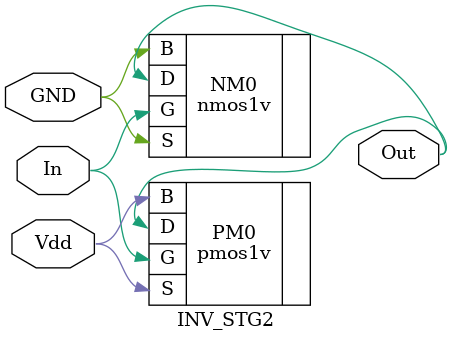
<source format=v>

module INV_STG2 (
GND,Vdd,In,Out );
input  GND;
input  Vdd;
input  In;
output  Out;
wire Vdd;
wire In;
wire GND;
wire Out;

nmos1v    
 NM0  ( .S( GND ), .G( In ), .B( GND ), .D( Out ) );

pmos1v    
 PM0  ( .S( Vdd ), .G( In ), .B( Vdd ), .D( Out ) );

endmodule


</source>
